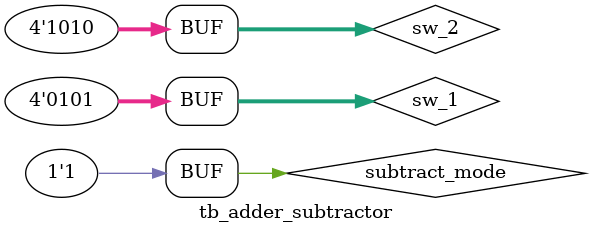
<source format=sv>
module tb_adder_subtractor;

	logic [3:0] sw_1;
	logic [3:0] sw_2;
	logic subtract_mode;
	logic [4:0] led_1;
	
	adder_subtractor UUT(
		.operand_A(sw_1),
		.operand_B(sw_2),
		.subtract_mode(subtract_mode),
		.result(led_1)
	);
	
	initial begin
		$display("-----------------------------------------");
		
		// 3 + 3 = 4
		sw_1 = 4'b0011;
		sw_2 = 4'b0011;
		subtract_mode = 1'b0;
		
		#100;
		
		// 7 - 2 = 5
		sw_1 = 4'b0111;
		sw_2 = 4'b0010;
		subtract_mode = 1'b1;
		
		#100;
		
		// 10 + 10 = 20
		sw_1 = 4'b1010;
		sw_2 = 4'b1010;
		subtract_mode = 1'b0;
		
		#100;
		
		// 5 - 10 = -5
		sw_1 = 4'b0101;
		sw_2 = 4'b1010;
		subtract_mode = 1'b1;
		
		#100;
		
		$display("-----------------------------------------");
				
	end
endmodule

</source>
